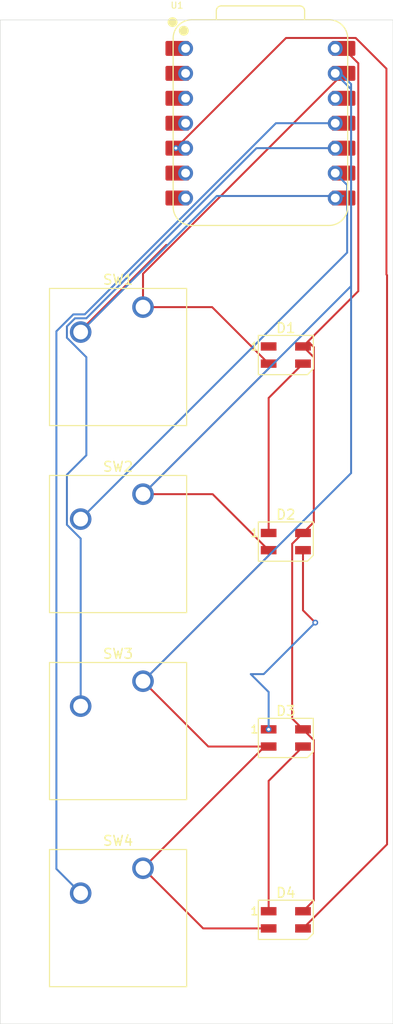
<source format=kicad_pcb>
(kicad_pcb (version 20241229) (generator "pcbnew") (generator_version "9.0")
  (layers (0 "F.Cu" signal) (2 "B.Cu" signal) (13 "F.Paste" user) (15 "B.Paste" user) (5 "F.SilkS" user "F.Silkscreen") (7 "B.SilkS" user "B.Silkscreen") (1 "F.Mask" user) (3 "B.Mask" user) (25 "Edge.Cuts" user))
  (net 0 "")
  (net 1 "Net-(D1-DIN)")
  (net 2 "GND")
  (net 3 "+5V")
  (net 5 "Net-(D2-DIN)")
  (net 6 "Net-(D3-DIN)")
  (net 7 "Net-(D4-DIN)")
  (net 8 "Net-(U1-GPIO1{slash}RX)")
  (net 9 "Net-(U1-GPIO2{slash}SCK)")
  (net 10 "Net-(U1-GPIO4{slash}MISO)")
  (net 11 "Net-(U1-GPIO3{slash}MOSI)")
  (footprint "Button_Switch_Keyboard:SW_Cherry_MX_1.00u_PCB" (layer "F.Cu") (at 145.204 71.12)
    (property "Reference" "SW1" (at -2.54 -2.794 0) (layer "F.SilkS"))
    (property "Value" "SW_Push")
    (fp_line (start -9.525 -1.905) (end 4.445 -1.905) (stroke (width 0.12)) (layer "F.SilkS"))
    (fp_line (start -9.525 12.065) (end -9.525 -1.905) (stroke (width 0.12)) (layer "F.SilkS"))
    (fp_line (start 4.445 -1.905) (end 4.445 12.065) (stroke (width 0.12)) (layer "F.SilkS"))
    (fp_line (start 4.445 12.065) (end -9.525 12.065) (stroke (width 0.12)) (layer "F.SilkS"))
    (pad "" np_thru_hole circle (at -7.62 5.08) (size 1.7 1.7) (drill 1.7) (layers "*.Cu" "*.Mask"))
    (pad "" np_thru_hole circle (at -2.54 5.08) (size 4 4) (drill 4) (layers "*.Cu" "*.Mask"))
    (pad "" np_thru_hole circle (at 2.54 5.08) (size 1.7 1.7) (drill 1.7) (layers "*.Cu" "*.Mask"))
    (pad "1" thru_hole circle (at 0 0) (size 2.2 2.2) (drill 1.5) (layers "*.Cu" "*.Mask") (net 2 "GND"))
    (pad "2" thru_hole circle (at -6.35 2.54) (size 2.2 2.2) (drill 1.5) (layers "*.Cu" "*.Mask") (net 8 "Net-(U1-GPIO1{slash}RX)"))
  )
  (footprint "LED_SMD:LED_SK6812MINI_PLCC4_3.5x3.5mm_P1.75mm" (layer "F.Cu") (at 159.75 115)
    (property "Reference" "D3" (at 0 -2.75 0) (layer "F.SilkS"))
    (property "Value" "SK6812MINI")
    (fp_line (start -2.8 -2) (end -2.8 2) (stroke (width 0.12)) (layer "F.SilkS"))
    (fp_line (start -2.8 -2) (end 2.8 -2) (stroke (width 0.12)) (layer "F.SilkS"))
    (fp_line (start -2.8 2) (end 2.2 2) (stroke (width 0.12)) (layer "F.SilkS"))
    (fp_line (start 2.8 1.4) (end 2.2 2) (stroke (width 0.12)) (layer "F.SilkS"))
    (fp_line (start 2.8 1.4) (end 2.8 -2) (stroke (width 0.12)) (layer "F.SilkS"))
    (fp_text user "1" (at -3.2 -0.875 0) (layer "F.SilkS") (effects (font (size 0.8 0.8))))
    (pad "1" smd rect (at -1.75 -0.875) (size 1.6 0.85) (layers "F.Cu" "F.Mask" "F.Paste") (net 5 "Net-(D2-DIN)"))
    (pad "2" smd rect (at -1.75 0.875) (size 1.6 0.85) (layers "F.Cu" "F.Mask" "F.Paste") (net 2 "GND"))
    (pad "3" smd rect (at 1.75 0.875) (size 1.6 0.85) (layers "F.Cu" "F.Mask" "F.Paste") (net 6 "Net-(D3-DIN)"))
    (pad "4" smd rect (at 1.75 -0.875) (size 1.6 0.85) (layers "F.Cu" "F.Mask" "F.Paste") (net 3 "+5V"))
  )
  (footprint "Button_Switch_Keyboard:SW_Cherry_MX_1.00u_PCB" (layer "F.Cu") (at 145.204 128.27)
    (property "Reference" "SW4" (at -2.54 -2.794 0) (layer "F.SilkS"))
    (property "Value" "SW_Push")
    (fp_line (start -9.525 -1.905) (end 4.445 -1.905) (stroke (width 0.12)) (layer "F.SilkS"))
    (fp_line (start -9.525 12.065) (end -9.525 -1.905) (stroke (width 0.12)) (layer "F.SilkS"))
    (fp_line (start 4.445 -1.905) (end 4.445 12.065) (stroke (width 0.12)) (layer "F.SilkS"))
    (fp_line (start 4.445 12.065) (end -9.525 12.065) (stroke (width 0.12)) (layer "F.SilkS"))
    (pad "" np_thru_hole circle (at -7.62 5.08) (size 1.7 1.7) (drill 1.7) (layers "*.Cu" "*.Mask"))
    (pad "" np_thru_hole circle (at -2.54 5.08) (size 4 4) (drill 4) (layers "*.Cu" "*.Mask"))
    (pad "" np_thru_hole circle (at 2.54 5.08) (size 1.7 1.7) (drill 1.7) (layers "*.Cu" "*.Mask"))
    (pad "1" thru_hole circle (at 0 0) (size 2.2 2.2) (drill 1.5) (layers "*.Cu" "*.Mask") (net 2 "GND"))
    (pad "2" thru_hole circle (at -6.35 2.54) (size 2.2 2.2) (drill 1.5) (layers "*.Cu" "*.Mask") (net 11 "Net-(U1-GPIO3{slash}MOSI)"))
  )
  (footprint "LED_SMD:LED_SK6812MINI_PLCC4_3.5x3.5mm_P1.75mm" (layer "F.Cu") (at 159.75 76)
    (property "Reference" "D1" (at 0 -2.75 0) (layer "F.SilkS"))
    (property "Value" "SK6812MINI")
    (fp_line (start -2.8 -2) (end -2.8 2) (stroke (width 0.12)) (layer "F.SilkS"))
    (fp_line (start -2.8 -2) (end 2.8 -2) (stroke (width 0.12)) (layer "F.SilkS"))
    (fp_line (start -2.8 2) (end 2.2 2) (stroke (width 0.12)) (layer "F.SilkS"))
    (fp_line (start 2.8 1.4) (end 2.2 2) (stroke (width 0.12)) (layer "F.SilkS"))
    (fp_line (start 2.8 1.4) (end 2.8 -2) (stroke (width 0.12)) (layer "F.SilkS"))
    (fp_text user "1" (at -3.2 -0.875 0) (layer "F.SilkS") (effects (font (size 0.8 0.8))))
    (pad "1" smd rect (at -1.75 -0.875) (size 1.6 0.85) (layers "F.Cu" "F.Mask" "F.Paste"))
    (pad "2" smd rect (at -1.75 0.875) (size 1.6 0.85) (layers "F.Cu" "F.Mask" "F.Paste") (net 2 "GND"))
    (pad "3" smd rect (at 1.75 0.875) (size 1.6 0.85) (layers "F.Cu" "F.Mask" "F.Paste") (net 1 "Net-(D1-DIN)"))
    (pad "4" smd rect (at 1.75 -0.875) (size 1.6 0.85) (layers "F.Cu" "F.Mask" "F.Paste") (net 3 "+5V"))
  )
  (footprint "Button_Switch_Keyboard:SW_Cherry_MX_1.00u_PCB" (layer "F.Cu") (at 145.204 90.17)
    (property "Reference" "SW2" (at -2.54 -2.794 0) (layer "F.SilkS"))
    (property "Value" "SW_Push")
    (fp_line (start -9.525 -1.905) (end 4.445 -1.905) (stroke (width 0.12)) (layer "F.SilkS"))
    (fp_line (start -9.525 12.065) (end -9.525 -1.905) (stroke (width 0.12)) (layer "F.SilkS"))
    (fp_line (start 4.445 -1.905) (end 4.445 12.065) (stroke (width 0.12)) (layer "F.SilkS"))
    (fp_line (start 4.445 12.065) (end -9.525 12.065) (stroke (width 0.12)) (layer "F.SilkS"))
    (pad "" np_thru_hole circle (at -7.62 5.08) (size 1.7 1.7) (drill 1.7) (layers "*.Cu" "*.Mask"))
    (pad "" np_thru_hole circle (at -2.54 5.08) (size 4 4) (drill 4) (layers "*.Cu" "*.Mask"))
    (pad "" np_thru_hole circle (at 2.54 5.08) (size 1.7 1.7) (drill 1.7) (layers "*.Cu" "*.Mask"))
    (pad "1" thru_hole circle (at 0 0) (size 2.2 2.2) (drill 1.5) (layers "*.Cu" "*.Mask") (net 2 "GND"))
    (pad "2" thru_hole circle (at -6.35 2.54) (size 2.2 2.2) (drill 1.5) (layers "*.Cu" "*.Mask") (net 9 "Net-(U1-GPIO2{slash}SCK)"))
  )
  (footprint "LED_SMD:LED_SK6812MINI_PLCC4_3.5x3.5mm_P1.75mm" (layer "F.Cu") (at 159.75 133.525)
    (property "Reference" "D4" (at 0 -2.75 0) (layer "F.SilkS"))
    (property "Value" "SK6812MINI")
    (fp_line (start -2.8 -2) (end -2.8 2) (stroke (width 0.12)) (layer "F.SilkS"))
    (fp_line (start -2.8 -2) (end 2.8 -2) (stroke (width 0.12)) (layer "F.SilkS"))
    (fp_line (start -2.8 2) (end 2.2 2) (stroke (width 0.12)) (layer "F.SilkS"))
    (fp_line (start 2.8 1.4) (end 2.2 2) (stroke (width 0.12)) (layer "F.SilkS"))
    (fp_line (start 2.8 1.4) (end 2.8 -2) (stroke (width 0.12)) (layer "F.SilkS"))
    (fp_text user "1" (at -3.2 -0.875 0) (layer "F.SilkS") (effects (font (size 0.8 0.8))))
    (pad "1" smd rect (at -1.75 -0.875) (size 1.6 0.85) (layers "F.Cu" "F.Mask" "F.Paste") (net 6 "Net-(D3-DIN)"))
    (pad "2" smd rect (at -1.75 0.875) (size 1.6 0.85) (layers "F.Cu" "F.Mask" "F.Paste") (net 2 "GND"))
    (pad "3" smd rect (at 1.75 0.875) (size 1.6 0.85) (layers "F.Cu" "F.Mask" "F.Paste") (net 7 "Net-(D4-DIN)"))
    (pad "4" smd rect (at 1.75 -0.875) (size 1.6 0.85) (layers "F.Cu" "F.Mask" "F.Paste") (net 3 "+5V"))
  )
  (footprint "OPL:XIAO-RP2040-DIP" (layer "F.Cu") (at 157.1625 52.3875)
    (property "Reference" "U1" (at -8.5 -12 0) (layer "F.SilkS") (effects (font (size 0.635 0.635) (thickness 0.1016))))
    (property "Value" "XIAO-RP2040-DIP")
    (fp_line (start -8.89 8.509) (end -8.89 -8.636) (stroke (width 0.127)) (layer "F.SilkS"))
    (fp_line (start -6.985 10.414) (end 6.985 10.414) (stroke (width 0.127)) (layer "F.SilkS"))
    (fp_line (start -4.495 -10.541) (end -4.491272 -11.451272) (stroke (width 0.127)) (layer "F.SilkS"))
    (fp_line (start -3.991272 -11.951) (end 4.004 -11.951) (stroke (width 0.127)) (layer "F.SilkS"))
    (fp_line (start 4.504 -11.451) (end 4.504 -10.541) (stroke (width 0.127)) (layer "F.SilkS"))
    (fp_line (start 6.985 -10.541) (end -6.985 -10.541) (stroke (width 0.1)) (layer "F.SilkS"))
    (fp_line (start 6.985 -10.541) (end -6.985 -10.541) (stroke (width 0.127)) (layer "F.SilkS"))
    (fp_line (start 8.89 8.509) (end 8.89 -8.636) (stroke (width 0.127)) (layer "F.SilkS"))
    (fp_arc (start -8.89 -8.636) (mid -8.332038 -9.983038) (end -6.985 -10.541) (stroke (width 0.127)) (layer "F.SilkS"))
    (fp_arc (start -6.985 10.414) (mid -8.332038 9.856038) (end -8.89 8.509) (stroke (width 0.127)) (layer "F.SilkS"))
    (fp_arc (start -4.491272 -11.451272) (mid -4.344728 -11.80464) (end -3.991272 -11.951) (stroke (width 0.127)) (layer "F.SilkS"))
    (fp_arc (start 4.004 -11.951) (mid 4.357553 -11.804553) (end 4.504 -11.451) (stroke (width 0.127)) (layer "F.SilkS"))
    (fp_arc (start 6.985 -10.541) (mid 8.332038 -9.983038) (end 8.89 -8.636) (stroke (width 0.127)) (layer "F.SilkS"))
    (fp_arc (start 8.89 8.509) (mid 8.332038 9.856038) (end 6.985 10.414) (stroke (width 0.127)) (layer "F.SilkS"))
    (fp_circle (center -8.95 -10.3) (end -8.95 -10.554) (stroke (width 0.5)) (fill yes) (layer "F.SilkS"))
    (fp_circle (center -7.807 -9.42) (end -7.807 -9.674) (stroke (width 0.5)) (fill yes) (layer "F.SilkS"))
    (pad "1" smd roundrect (at -8.455 -7.62 180) (size 2.432 1.524) (layers "F.Cu" "F.Mask") (roundrect_rratio 0.1))
    (pad "1" thru_hole circle (at -7.62 -7.62 180) (size 1.524 1.524) (drill 0.889) (layers "*.Cu" "*.Mask"))
    (pad "2" smd roundrect (at -8.455 -5.08 180) (size 2.432 1.524) (layers "F.Cu" "F.Mask") (roundrect_rratio 0.1))
    (pad "2" thru_hole circle (at -7.62 -5.08 180) (size 1.524 1.524) (drill 0.889) (layers "*.Cu" "*.Mask"))
    (pad "3" smd roundrect (at -8.455 -2.54 180) (size 2.432 1.524) (layers "F.Cu" "F.Mask") (roundrect_rratio 0.1))
    (pad "3" thru_hole circle (at -7.62 -2.54 180) (size 1.524 1.524) (drill 0.889) (layers "*.Cu" "*.Mask"))
    (pad "4" smd roundrect (at -8.455 0 180) (size 2.432 1.524) (layers "F.Cu" "F.Mask") (roundrect_rratio 0.1))
    (pad "4" thru_hole circle (at -7.62 0 180) (size 1.524 1.524) (drill 0.889) (layers "*.Cu" "*.Mask"))
    (pad "5" smd roundrect (at -8.455 2.54 180) (size 2.432 1.524) (layers "F.Cu" "F.Mask") (roundrect_rratio 0.1) (net 7 "Net-(D4-DIN)"))
    (pad "5" thru_hole circle (at -7.62 2.54 180) (size 1.524 1.524) (drill 0.889) (layers "*.Cu" "*.Mask") (net 7 "Net-(D4-DIN)"))
    (pad "6" smd roundrect (at -8.455 5.08 180) (size 2.432 1.524) (layers "F.Cu" "F.Mask") (roundrect_rratio 0.1))
    (pad "6" thru_hole circle (at -7.62 5.08 180) (size 1.524 1.524) (drill 0.889) (layers "*.Cu" "*.Mask"))
    (pad "7" smd roundrect (at -8.455 7.62 180) (size 2.432 1.524) (layers "F.Cu" "F.Mask") (roundrect_rratio 0.1))
    (pad "7" thru_hole circle (at -7.62 7.62 180) (size 1.524 1.524) (drill 0.889) (layers "*.Cu" "*.Mask"))
    (pad "8" thru_hole circle (at 7.62 7.62) (size 1.524 1.524) (drill 0.889) (layers "*.Cu" "*.Mask") (net 8 "Net-(U1-GPIO1{slash}RX)"))
    (pad "8" smd roundrect (at 8.455 7.62) (size 2.432 1.524) (layers "F.Cu" "F.Mask") (roundrect_rratio 0.1) (net 8 "Net-(U1-GPIO1{slash}RX)"))
    (pad "9" thru_hole circle (at 7.62 5.08) (size 1.524 1.524) (drill 0.889) (layers "*.Cu" "*.Mask") (net 9 "Net-(U1-GPIO2{slash}SCK)"))
    (pad "9" smd roundrect (at 8.455 5.08) (size 2.432 1.524) (layers "F.Cu" "F.Mask") (roundrect_rratio 0.1) (net 9 "Net-(U1-GPIO2{slash}SCK)"))
    (pad "10" thru_hole circle (at 7.62 2.54) (size 1.524 1.524) (drill 0.889) (layers "*.Cu" "*.Mask") (net 10 "Net-(U1-GPIO4{slash}MISO)"))
    (pad "10" smd roundrect (at 8.455 2.54) (size 2.432 1.524) (layers "F.Cu" "F.Mask") (roundrect_rratio 0.1) (net 10 "Net-(U1-GPIO4{slash}MISO)"))
    (pad "11" thru_hole circle (at 7.62 0) (size 1.524 1.524) (drill 0.889) (layers "*.Cu" "*.Mask") (net 11 "Net-(U1-GPIO3{slash}MOSI)"))
    (pad "11" smd roundrect (at 8.455 0) (size 2.432 1.524) (layers "F.Cu" "F.Mask") (roundrect_rratio 0.1) (net 11 "Net-(U1-GPIO3{slash}MOSI)"))
    (pad "12" thru_hole circle (at 7.62 -2.54) (size 1.524 1.524) (drill 0.889) (layers "*.Cu" "*.Mask"))
    (pad "12" smd roundrect (at 8.455 -2.54) (size 2.432 1.524) (layers "F.Cu" "F.Mask") (roundrect_rratio 0.1))
    (pad "13" thru_hole circle (at 7.62 -5.08) (size 1.524 1.524) (drill 0.889) (layers "*.Cu" "*.Mask") (net 2 "GND"))
    (pad "13" smd roundrect (at 8.455 -5.08) (size 2.432 1.524) (layers "F.Cu" "F.Mask") (roundrect_rratio 0.1) (net 2 "GND"))
    (pad "14" thru_hole circle (at 7.62 -7.62) (size 1.524 1.524) (drill 0.889) (layers "*.Cu" "*.Mask") (net 3 "+5V"))
    (pad "14" smd roundrect (at 8.455 -7.62) (size 2.432 1.524) (layers "F.Cu" "F.Mask") (roundrect_rratio 0.1) (net 3 "+5V"))
  )
  (footprint "LED_SMD:LED_SK6812MINI_PLCC4_3.5x3.5mm_P1.75mm" (layer "F.Cu") (at 159.75 95)
    (property "Reference" "D2" (at 0 -2.75 0) (layer "F.SilkS"))
    (property "Value" "SK6812MINI")
    (fp_line (start -2.8 -2) (end -2.8 2) (stroke (width 0.12)) (layer "F.SilkS"))
    (fp_line (start -2.8 -2) (end 2.8 -2) (stroke (width 0.12)) (layer "F.SilkS"))
    (fp_line (start -2.8 2) (end 2.2 2) (stroke (width 0.12)) (layer "F.SilkS"))
    (fp_line (start 2.8 1.4) (end 2.2 2) (stroke (width 0.12)) (layer "F.SilkS"))
    (fp_line (start 2.8 1.4) (end 2.8 -2) (stroke (width 0.12)) (layer "F.SilkS"))
    (fp_text user "1" (at -3.2 -0.875 0) (layer "F.SilkS") (effects (font (size 0.8 0.8))))
    (pad "1" smd rect (at -1.75 -0.875) (size 1.6 0.85) (layers "F.Cu" "F.Mask" "F.Paste") (net 1 "Net-(D1-DIN)"))
    (pad "2" smd rect (at -1.75 0.875) (size 1.6 0.85) (layers "F.Cu" "F.Mask" "F.Paste") (net 2 "GND"))
    (pad "3" smd rect (at 1.75 0.875) (size 1.6 0.85) (layers "F.Cu" "F.Mask" "F.Paste") (net 5 "Net-(D2-DIN)"))
    (pad "4" smd rect (at 1.75 -0.875) (size 1.6 0.85) (layers "F.Cu" "F.Mask" "F.Paste") (net 3 "+5V"))
  )
  (footprint "Button_Switch_Keyboard:SW_Cherry_MX_1.00u_PCB" (layer "F.Cu") (at 145.204 109.22)
    (property "Reference" "SW3" (at -2.54 -2.794 0) (layer "F.SilkS"))
    (property "Value" "SW_Push")
    (fp_line (start -9.525 -1.905) (end 4.445 -1.905) (stroke (width 0.12)) (layer "F.SilkS"))
    (fp_line (start -9.525 12.065) (end -9.525 -1.905) (stroke (width 0.12)) (layer "F.SilkS"))
    (fp_line (start 4.445 -1.905) (end 4.445 12.065) (stroke (width 0.12)) (layer "F.SilkS"))
    (fp_line (start 4.445 12.065) (end -9.525 12.065) (stroke (width 0.12)) (layer "F.SilkS"))
    (pad "" np_thru_hole circle (at -7.62 5.08) (size 1.7 1.7) (drill 1.7) (layers "*.Cu" "*.Mask"))
    (pad "" np_thru_hole circle (at -2.54 5.08) (size 4 4) (drill 4) (layers "*.Cu" "*.Mask"))
    (pad "" np_thru_hole circle (at 2.54 5.08) (size 1.7 1.7) (drill 1.7) (layers "*.Cu" "*.Mask"))
    (pad "1" thru_hole circle (at 0 0) (size 2.2 2.2) (drill 1.5) (layers "*.Cu" "*.Mask") (net 2 "GND"))
    (pad "2" thru_hole circle (at -6.35 2.54) (size 2.2 2.2) (drill 1.5) (layers "*.Cu" "*.Mask") (net 10 "Net-(U1-GPIO4{slash}MISO)"))
  )
  (gr_rect (start 130.6625 41.869) (end 170.6625 144.119) (stroke (width 0.05)) (fill no) (layer "Edge.Cuts"))
  (segment (start 161.5 76.875) (end 158 80.375) (width 0.2) (layer "F.Cu") (net 1))
  (segment (start 158 80.375) (end 158 94.125) (width 0.2) (layer "F.Cu") (net 1))
  (segment (start 145.204 90.17) (end 158 77.374) (width 0.2) (layer "F.Cu") (net 2))
  (segment (start 158 96.424) (end 158 95.875) (width 0.2) (layer "F.Cu") (net 2))
  (segment (start 158 77.374) (end 158 76.875) (width 0.2) (layer "F.Cu") (net 2))
  (segment (start 152.295 90.17) (end 158 95.875) (width 0.2) (layer "F.Cu") (net 2))
  (segment (start 151.859 115.875) (end 145.204 109.22) (width 0.2) (layer "F.Cu") (net 2))
  (segment (start 145.204 90.17) (end 152.295 90.17) (width 0.2) (layer "F.Cu") (net 2))
  (segment (start 151.334 134.4) (end 158 134.4) (width 0.2) (layer "F.Cu") (net 2))
  (segment (start 145.204 109.22) (end 158 96.424) (width 0.2) (layer "F.Cu") (net 2))
  (segment (start 145.204 128.27) (end 157.599 115.875) (width 0.2) (layer "F.Cu") (net 2))
  (segment (start 158 115.875) (end 151.859 115.875) (width 0.2) (layer "F.Cu") (net 2))
  (segment (start 145.204 128.27) (end 151.334 134.4) (width 0.2) (layer "F.Cu") (net 2))
  (segment (start 145.204 71.12) (end 145.204 67.721) (width 0.2) (layer "F.Cu") (net 2))
  (segment (start 145.204 71.12) (end 152.245 71.12) (width 0.2) (layer "F.Cu") (net 2))
  (segment (start 145.204 67.721) (end 165.6175 47.3075) (width 0.2) (layer "F.Cu") (net 2))
  (segment (start 157.599 115.875) (end 158 115.875) (width 0.2) (layer "F.Cu") (net 2))
  (segment (start 152.245 71.12) (end 158 76.875) (width 0.2) (layer "F.Cu") (net 2))
  (segment (start 165.3075 47.3075) (end 164.7825 47.3075) (width 0.2) (layer "B.Cu") (net 2))
  (segment (start 166.4 88.024) (end 166.4 48.4) (width 0.2) (layer "B.Cu") (net 2))
  (segment (start 166.401 48.926) (end 164.7825 47.3075) (width 0.2) (layer "B.Cu") (net 2))
  (segment (start 145.204 90.17) (end 166.401 68.973) (width 0.2) (layer "B.Cu") (net 2))
  (segment (start 145.204 109.22) (end 166.4 88.024) (width 0.2) (layer "B.Cu") (net 2))
  (segment (start 166.4 48.4) (end 165.3075 47.3075) (width 0.2) (layer "B.Cu") (net 2))
  (segment (start 166.401 68.973) (end 166.401 48.926) (width 0.2) (layer "B.Cu") (net 2))
  (segment (start 161.5 94.125) (end 162.6 93.025) (width 0.2) (layer "F.Cu") (net 3))
  (segment (start 167.1345 69.4905) (end 167.1345 46.2845) (width 0.2) (layer "F.Cu") (net 3))
  (segment (start 160.399 113.024) (end 160.399 95.226) (width 0.2) (layer "F.Cu") (net 3))
  (segment (start 160.399 95.226) (end 161.5 94.125) (width 0.2) (layer "F.Cu") (net 3))
  (segment (start 162.601 93.024) (end 161.5 94.125) (width 0.2) (layer "F.Cu") (net 3))
  (segment (start 167.1345 46.2845) (end 165.6175 44.7675) (width 0.2) (layer "F.Cu") (net 3))
  (segment (start 161.5 132.65) (end 162.601 131.549) (width 0.2) (layer "F.Cu") (net 3))
  (segment (start 162.601 115.226) (end 161.5 114.125) (width 0.2) (layer "F.Cu") (net 3))
  (segment (start 162.0125 74.6125) (end 167.1345 69.4905) (width 0.2) (layer "F.Cu") (net 3))
  (segment (start 161.5 114.125) (end 160.399 113.024) (width 0.2) (layer "F.Cu") (net 3))
  (segment (start 161.5 75.125) (end 162.0125 74.6125) (width 0.2) (layer "F.Cu") (net 3))
  (segment (start 162.0125 74.6125) (end 162.601 75.201) (width 0.2) (layer "F.Cu") (net 3))
  (segment (start 162.601 131.549) (end 162.601 115.226) (width 0.2) (layer "F.Cu") (net 3))
  (segment (start 162.6 93.025) (end 162.6 76.225) (width 0.2) (layer "F.Cu") (net 3))
  (segment (start 162.601 75.201) (end 162.601 93.024) (width 0.2) (layer "F.Cu") (net 3))
  (segment (start 162.6 76.225) (end 161.5 75.125) (width 0.2) (layer "F.Cu") (net 3))
  (segment (start 161.5 95.875) (end 161.5 102) (width 0.2) (layer "F.Cu") (net 5))
  (segment (start 161.5 102) (end 162.75 103.25) (width 0.2) (layer "F.Cu") (net 5))
  (via (at 158 114.125) (size 0.6) (drill 0.3) (layers "F.Cu" "B.Cu") (net 5))
  (via (at 162.75 103.25) (size 0.6) (drill 0.3) (layers "F.Cu" "B.Cu") (net 5))
  (segment (start 162.75 103.25) (end 157.5 108.5) (width 0.2) (layer "B.Cu") (net 5))
  (segment (start 156.181227 108.5) (end 158 110.318773) (width 0.2) (layer "B.Cu") (net 5))
  (segment (start 157.5 108.5) (end 156.181227 108.5) (width 0.2) (layer "B.Cu") (net 5))
  (segment (start 158 110.318773) (end 158 114.125) (width 0.2) (layer "B.Cu") (net 5))
  (segment (start 158 132.65) (end 158 119.375) (width 0.2) (layer "F.Cu") (net 6))
  (segment (start 158 119.375) (end 161.5 115.875) (width 0.2) (layer "F.Cu") (net 6))
  (segment (start 159.771 43.7045) (end 148.548 54.9275) (width 0.2) (layer "F.Cu") (net 7))
  (segment (start 166.873126 43.7045) (end 159.771 43.7045) (width 0.2) (layer "F.Cu") (net 7))
  (segment (start 170 67.8) (end 170 46.831374) (width 0.2) (layer "F.Cu") (net 7))
  (segment (start 170.0615 125.8385) (end 170.0615 67.8615) (width 0.2) (layer "F.Cu") (net 7))
  (segment (start 170.0615 67.8615) (end 170 67.8) (width 0.2) (layer "F.Cu") (net 7))
  (segment (start 170 46.831374) (end 166.873126 43.7045) (width 0.2) (layer "F.Cu") (net 7))
  (segment (start 161.5 134.4) (end 170.0615 125.8385) (width 0.2) (layer "F.Cu") (net 7))
  (via (at 148.548 54.9275) (size 0.6) (drill 0.3) (layers "F.Cu" "B.Cu") (net 7))
  (segment (start 138.854 73.66) (end 138.854 73.5039) (width 0.2) (layer "F.Cu") (net 8))
  (segment (start 138.854 73.5039) (end 147.57895 64.77895) (width 0.2) (layer "F.Cu") (net 8))
  (segment (start 138.854 73.66) (end 152.714 59.8) (width 0.2) (layer "B.Cu") (net 8))
  (segment (start 152.714 59.8) (end 165.6 59.8) (width 0.2) (layer "B.Cu") (net 8))
  (segment (start 138.854 92.71) (end 166 65.564) (width 0.2) (layer "B.Cu") (net 9))
  (segment (start 166 65.564) (end 166 58.685) (width 0.2) (layer "B.Cu") (net 9))
  (segment (start 166 58.685) (end 164.7825 57.4675) (width 0.2) (layer "B.Cu") (net 9))
  (segment (start 139.434314 76.221628) (end 137.453 74.240314) (width 0.2) (layer "B.Cu") (net 10))
  (segment (start 137.453 88.18947) (end 139.434314 86.208156) (width 0.2) (layer "B.Cu") (net 10))
  (segment (start 139.434314 72.259) (end 156.765814 54.9275) (width 0.2) (layer "B.Cu") (net 10))
  (segment (start 156.765814 54.9275) (end 164.7825 54.9275) (width 0.2) (layer "B.Cu") (net 10))
  (segment (start 137.453 93.290314) (end 137.453 88.18947) (width 0.2) (layer "B.Cu") (net 10))
  (segment (start 139.434314 86.208156) (end 139.434314 76.221628) (width 0.2) (layer "B.Cu") (net 10))
  (segment (start 137.453 73.079686) (end 138.273686 72.259) (width 0.2) (layer "B.Cu") (net 10))
  (segment (start 138.854 94.691314) (end 137.453 93.290314) (width 0.2) (layer "B.Cu") (net 10))
  (segment (start 138.854 111.76) (end 138.854 94.691314) (width 0.2) (layer "B.Cu") (net 10))
  (segment (start 138.273686 72.259) (end 139.434314 72.259) (width 0.2) (layer "B.Cu") (net 10))
  (segment (start 137.453 74.240314) (end 137.453 73.079686) (width 0.2) (layer "B.Cu") (net 10))
  (segment (start 138.107586 71.858) (end 139.268214 71.858) (width 0.2) (layer "B.Cu") (net 11))
  (segment (start 139.268214 71.858) (end 158.738714 52.3875) (width 0.2) (layer "B.Cu") (net 11))
  (segment (start 158.738714 52.3875) (end 164.7825 52.3875) (width 0.2) (layer "B.Cu") (net 11))
  (segment (start 136.383 73.582586) (end 138.107586 71.858) (width 0.2) (layer "B.Cu") (net 11))
  (segment (start 136.383 128.339) (end 136.383 73.582586) (width 0.2) (layer "B.Cu") (net 11))
  (segment (start 138.854 130.81) (end 136.383 128.339) (width 0.2) (layer "B.Cu") (net 11))
)
</source>
